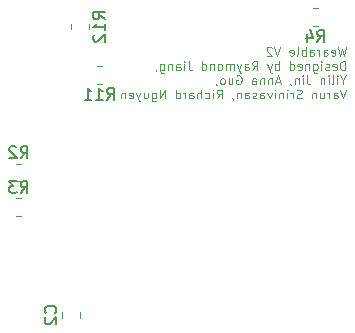
<source format=gbr>
%TF.GenerationSoftware,KiCad,Pcbnew,8.0.3*%
%TF.CreationDate,2025-04-01T13:45:42-05:00*%
%TF.ProjectId,wearable_v2_nrf,77656172-6162-46c6-955f-76325f6e7266,rev?*%
%TF.SameCoordinates,Original*%
%TF.FileFunction,Legend,Bot*%
%TF.FilePolarity,Positive*%
%FSLAX46Y46*%
G04 Gerber Fmt 4.6, Leading zero omitted, Abs format (unit mm)*
G04 Created by KiCad (PCBNEW 8.0.3) date 2025-04-01 13:45:42*
%MOMM*%
%LPD*%
G01*
G04 APERTURE LIST*
%ADD10C,0.093750*%
%ADD11C,0.150000*%
%ADD12C,0.120000*%
G04 APERTURE END LIST*
D10*
X113106180Y-56530965D02*
X112927608Y-57280965D01*
X112927608Y-57280965D02*
X112784751Y-56745251D01*
X112784751Y-56745251D02*
X112641894Y-57280965D01*
X112641894Y-57280965D02*
X112463323Y-56530965D01*
X111891894Y-57245251D02*
X111963322Y-57280965D01*
X111963322Y-57280965D02*
X112106180Y-57280965D01*
X112106180Y-57280965D02*
X112177608Y-57245251D01*
X112177608Y-57245251D02*
X112213322Y-57173822D01*
X112213322Y-57173822D02*
X112213322Y-56888108D01*
X112213322Y-56888108D02*
X112177608Y-56816679D01*
X112177608Y-56816679D02*
X112106180Y-56780965D01*
X112106180Y-56780965D02*
X111963322Y-56780965D01*
X111963322Y-56780965D02*
X111891894Y-56816679D01*
X111891894Y-56816679D02*
X111856180Y-56888108D01*
X111856180Y-56888108D02*
X111856180Y-56959536D01*
X111856180Y-56959536D02*
X112213322Y-57030965D01*
X111213323Y-57280965D02*
X111213323Y-56888108D01*
X111213323Y-56888108D02*
X111249037Y-56816679D01*
X111249037Y-56816679D02*
X111320465Y-56780965D01*
X111320465Y-56780965D02*
X111463323Y-56780965D01*
X111463323Y-56780965D02*
X111534751Y-56816679D01*
X111213323Y-57245251D02*
X111284751Y-57280965D01*
X111284751Y-57280965D02*
X111463323Y-57280965D01*
X111463323Y-57280965D02*
X111534751Y-57245251D01*
X111534751Y-57245251D02*
X111570465Y-57173822D01*
X111570465Y-57173822D02*
X111570465Y-57102393D01*
X111570465Y-57102393D02*
X111534751Y-57030965D01*
X111534751Y-57030965D02*
X111463323Y-56995251D01*
X111463323Y-56995251D02*
X111284751Y-56995251D01*
X111284751Y-56995251D02*
X111213323Y-56959536D01*
X110856180Y-57280965D02*
X110856180Y-56780965D01*
X110856180Y-56923822D02*
X110820466Y-56852393D01*
X110820466Y-56852393D02*
X110784752Y-56816679D01*
X110784752Y-56816679D02*
X110713323Y-56780965D01*
X110713323Y-56780965D02*
X110641894Y-56780965D01*
X110070466Y-57280965D02*
X110070466Y-56888108D01*
X110070466Y-56888108D02*
X110106180Y-56816679D01*
X110106180Y-56816679D02*
X110177608Y-56780965D01*
X110177608Y-56780965D02*
X110320466Y-56780965D01*
X110320466Y-56780965D02*
X110391894Y-56816679D01*
X110070466Y-57245251D02*
X110141894Y-57280965D01*
X110141894Y-57280965D02*
X110320466Y-57280965D01*
X110320466Y-57280965D02*
X110391894Y-57245251D01*
X110391894Y-57245251D02*
X110427608Y-57173822D01*
X110427608Y-57173822D02*
X110427608Y-57102393D01*
X110427608Y-57102393D02*
X110391894Y-57030965D01*
X110391894Y-57030965D02*
X110320466Y-56995251D01*
X110320466Y-56995251D02*
X110141894Y-56995251D01*
X110141894Y-56995251D02*
X110070466Y-56959536D01*
X109713323Y-57280965D02*
X109713323Y-56530965D01*
X109713323Y-56816679D02*
X109641895Y-56780965D01*
X109641895Y-56780965D02*
X109499037Y-56780965D01*
X109499037Y-56780965D02*
X109427609Y-56816679D01*
X109427609Y-56816679D02*
X109391895Y-56852393D01*
X109391895Y-56852393D02*
X109356180Y-56923822D01*
X109356180Y-56923822D02*
X109356180Y-57138108D01*
X109356180Y-57138108D02*
X109391895Y-57209536D01*
X109391895Y-57209536D02*
X109427609Y-57245251D01*
X109427609Y-57245251D02*
X109499037Y-57280965D01*
X109499037Y-57280965D02*
X109641895Y-57280965D01*
X109641895Y-57280965D02*
X109713323Y-57245251D01*
X108927609Y-57280965D02*
X108999038Y-57245251D01*
X108999038Y-57245251D02*
X109034752Y-57173822D01*
X109034752Y-57173822D02*
X109034752Y-56530965D01*
X108356181Y-57245251D02*
X108427609Y-57280965D01*
X108427609Y-57280965D02*
X108570467Y-57280965D01*
X108570467Y-57280965D02*
X108641895Y-57245251D01*
X108641895Y-57245251D02*
X108677609Y-57173822D01*
X108677609Y-57173822D02*
X108677609Y-56888108D01*
X108677609Y-56888108D02*
X108641895Y-56816679D01*
X108641895Y-56816679D02*
X108570467Y-56780965D01*
X108570467Y-56780965D02*
X108427609Y-56780965D01*
X108427609Y-56780965D02*
X108356181Y-56816679D01*
X108356181Y-56816679D02*
X108320467Y-56888108D01*
X108320467Y-56888108D02*
X108320467Y-56959536D01*
X108320467Y-56959536D02*
X108677609Y-57030965D01*
X107534752Y-56530965D02*
X107284752Y-57280965D01*
X107284752Y-57280965D02*
X107034752Y-56530965D01*
X106820466Y-56602393D02*
X106784752Y-56566679D01*
X106784752Y-56566679D02*
X106713324Y-56530965D01*
X106713324Y-56530965D02*
X106534752Y-56530965D01*
X106534752Y-56530965D02*
X106463324Y-56566679D01*
X106463324Y-56566679D02*
X106427609Y-56602393D01*
X106427609Y-56602393D02*
X106391895Y-56673822D01*
X106391895Y-56673822D02*
X106391895Y-56745251D01*
X106391895Y-56745251D02*
X106427609Y-56852393D01*
X106427609Y-56852393D02*
X106856181Y-57280965D01*
X106856181Y-57280965D02*
X106391895Y-57280965D01*
X113034751Y-58488423D02*
X113034751Y-57738423D01*
X113034751Y-57738423D02*
X112856180Y-57738423D01*
X112856180Y-57738423D02*
X112749037Y-57774137D01*
X112749037Y-57774137D02*
X112677608Y-57845566D01*
X112677608Y-57845566D02*
X112641894Y-57916994D01*
X112641894Y-57916994D02*
X112606180Y-58059851D01*
X112606180Y-58059851D02*
X112606180Y-58166994D01*
X112606180Y-58166994D02*
X112641894Y-58309851D01*
X112641894Y-58309851D02*
X112677608Y-58381280D01*
X112677608Y-58381280D02*
X112749037Y-58452709D01*
X112749037Y-58452709D02*
X112856180Y-58488423D01*
X112856180Y-58488423D02*
X113034751Y-58488423D01*
X111999037Y-58452709D02*
X112070465Y-58488423D01*
X112070465Y-58488423D02*
X112213323Y-58488423D01*
X112213323Y-58488423D02*
X112284751Y-58452709D01*
X112284751Y-58452709D02*
X112320465Y-58381280D01*
X112320465Y-58381280D02*
X112320465Y-58095566D01*
X112320465Y-58095566D02*
X112284751Y-58024137D01*
X112284751Y-58024137D02*
X112213323Y-57988423D01*
X112213323Y-57988423D02*
X112070465Y-57988423D01*
X112070465Y-57988423D02*
X111999037Y-58024137D01*
X111999037Y-58024137D02*
X111963323Y-58095566D01*
X111963323Y-58095566D02*
X111963323Y-58166994D01*
X111963323Y-58166994D02*
X112320465Y-58238423D01*
X111677608Y-58452709D02*
X111606180Y-58488423D01*
X111606180Y-58488423D02*
X111463323Y-58488423D01*
X111463323Y-58488423D02*
X111391894Y-58452709D01*
X111391894Y-58452709D02*
X111356180Y-58381280D01*
X111356180Y-58381280D02*
X111356180Y-58345566D01*
X111356180Y-58345566D02*
X111391894Y-58274137D01*
X111391894Y-58274137D02*
X111463323Y-58238423D01*
X111463323Y-58238423D02*
X111570466Y-58238423D01*
X111570466Y-58238423D02*
X111641894Y-58202709D01*
X111641894Y-58202709D02*
X111677608Y-58131280D01*
X111677608Y-58131280D02*
X111677608Y-58095566D01*
X111677608Y-58095566D02*
X111641894Y-58024137D01*
X111641894Y-58024137D02*
X111570466Y-57988423D01*
X111570466Y-57988423D02*
X111463323Y-57988423D01*
X111463323Y-57988423D02*
X111391894Y-58024137D01*
X111034751Y-58488423D02*
X111034751Y-57988423D01*
X111034751Y-57738423D02*
X111070465Y-57774137D01*
X111070465Y-57774137D02*
X111034751Y-57809851D01*
X111034751Y-57809851D02*
X110999037Y-57774137D01*
X110999037Y-57774137D02*
X111034751Y-57738423D01*
X111034751Y-57738423D02*
X111034751Y-57809851D01*
X110356180Y-57988423D02*
X110356180Y-58595566D01*
X110356180Y-58595566D02*
X110391894Y-58666994D01*
X110391894Y-58666994D02*
X110427608Y-58702709D01*
X110427608Y-58702709D02*
X110499037Y-58738423D01*
X110499037Y-58738423D02*
X110606180Y-58738423D01*
X110606180Y-58738423D02*
X110677608Y-58702709D01*
X110356180Y-58452709D02*
X110427608Y-58488423D01*
X110427608Y-58488423D02*
X110570465Y-58488423D01*
X110570465Y-58488423D02*
X110641894Y-58452709D01*
X110641894Y-58452709D02*
X110677608Y-58416994D01*
X110677608Y-58416994D02*
X110713322Y-58345566D01*
X110713322Y-58345566D02*
X110713322Y-58131280D01*
X110713322Y-58131280D02*
X110677608Y-58059851D01*
X110677608Y-58059851D02*
X110641894Y-58024137D01*
X110641894Y-58024137D02*
X110570465Y-57988423D01*
X110570465Y-57988423D02*
X110427608Y-57988423D01*
X110427608Y-57988423D02*
X110356180Y-58024137D01*
X109999037Y-57988423D02*
X109999037Y-58488423D01*
X109999037Y-58059851D02*
X109963323Y-58024137D01*
X109963323Y-58024137D02*
X109891894Y-57988423D01*
X109891894Y-57988423D02*
X109784751Y-57988423D01*
X109784751Y-57988423D02*
X109713323Y-58024137D01*
X109713323Y-58024137D02*
X109677609Y-58095566D01*
X109677609Y-58095566D02*
X109677609Y-58488423D01*
X109034752Y-58452709D02*
X109106180Y-58488423D01*
X109106180Y-58488423D02*
X109249038Y-58488423D01*
X109249038Y-58488423D02*
X109320466Y-58452709D01*
X109320466Y-58452709D02*
X109356180Y-58381280D01*
X109356180Y-58381280D02*
X109356180Y-58095566D01*
X109356180Y-58095566D02*
X109320466Y-58024137D01*
X109320466Y-58024137D02*
X109249038Y-57988423D01*
X109249038Y-57988423D02*
X109106180Y-57988423D01*
X109106180Y-57988423D02*
X109034752Y-58024137D01*
X109034752Y-58024137D02*
X108999038Y-58095566D01*
X108999038Y-58095566D02*
X108999038Y-58166994D01*
X108999038Y-58166994D02*
X109356180Y-58238423D01*
X108356181Y-58488423D02*
X108356181Y-57738423D01*
X108356181Y-58452709D02*
X108427609Y-58488423D01*
X108427609Y-58488423D02*
X108570466Y-58488423D01*
X108570466Y-58488423D02*
X108641895Y-58452709D01*
X108641895Y-58452709D02*
X108677609Y-58416994D01*
X108677609Y-58416994D02*
X108713323Y-58345566D01*
X108713323Y-58345566D02*
X108713323Y-58131280D01*
X108713323Y-58131280D02*
X108677609Y-58059851D01*
X108677609Y-58059851D02*
X108641895Y-58024137D01*
X108641895Y-58024137D02*
X108570466Y-57988423D01*
X108570466Y-57988423D02*
X108427609Y-57988423D01*
X108427609Y-57988423D02*
X108356181Y-58024137D01*
X107427609Y-58488423D02*
X107427609Y-57738423D01*
X107427609Y-58024137D02*
X107356181Y-57988423D01*
X107356181Y-57988423D02*
X107213323Y-57988423D01*
X107213323Y-57988423D02*
X107141895Y-58024137D01*
X107141895Y-58024137D02*
X107106181Y-58059851D01*
X107106181Y-58059851D02*
X107070466Y-58131280D01*
X107070466Y-58131280D02*
X107070466Y-58345566D01*
X107070466Y-58345566D02*
X107106181Y-58416994D01*
X107106181Y-58416994D02*
X107141895Y-58452709D01*
X107141895Y-58452709D02*
X107213323Y-58488423D01*
X107213323Y-58488423D02*
X107356181Y-58488423D01*
X107356181Y-58488423D02*
X107427609Y-58452709D01*
X106820467Y-57988423D02*
X106641895Y-58488423D01*
X106463324Y-57988423D02*
X106641895Y-58488423D01*
X106641895Y-58488423D02*
X106713324Y-58666994D01*
X106713324Y-58666994D02*
X106749038Y-58702709D01*
X106749038Y-58702709D02*
X106820467Y-58738423D01*
X105177609Y-58488423D02*
X105427609Y-58131280D01*
X105606180Y-58488423D02*
X105606180Y-57738423D01*
X105606180Y-57738423D02*
X105320466Y-57738423D01*
X105320466Y-57738423D02*
X105249037Y-57774137D01*
X105249037Y-57774137D02*
X105213323Y-57809851D01*
X105213323Y-57809851D02*
X105177609Y-57881280D01*
X105177609Y-57881280D02*
X105177609Y-57988423D01*
X105177609Y-57988423D02*
X105213323Y-58059851D01*
X105213323Y-58059851D02*
X105249037Y-58095566D01*
X105249037Y-58095566D02*
X105320466Y-58131280D01*
X105320466Y-58131280D02*
X105606180Y-58131280D01*
X104534752Y-58488423D02*
X104534752Y-58095566D01*
X104534752Y-58095566D02*
X104570466Y-58024137D01*
X104570466Y-58024137D02*
X104641894Y-57988423D01*
X104641894Y-57988423D02*
X104784752Y-57988423D01*
X104784752Y-57988423D02*
X104856180Y-58024137D01*
X104534752Y-58452709D02*
X104606180Y-58488423D01*
X104606180Y-58488423D02*
X104784752Y-58488423D01*
X104784752Y-58488423D02*
X104856180Y-58452709D01*
X104856180Y-58452709D02*
X104891894Y-58381280D01*
X104891894Y-58381280D02*
X104891894Y-58309851D01*
X104891894Y-58309851D02*
X104856180Y-58238423D01*
X104856180Y-58238423D02*
X104784752Y-58202709D01*
X104784752Y-58202709D02*
X104606180Y-58202709D01*
X104606180Y-58202709D02*
X104534752Y-58166994D01*
X104249038Y-57988423D02*
X104070466Y-58488423D01*
X103891895Y-57988423D02*
X104070466Y-58488423D01*
X104070466Y-58488423D02*
X104141895Y-58666994D01*
X104141895Y-58666994D02*
X104177609Y-58702709D01*
X104177609Y-58702709D02*
X104249038Y-58738423D01*
X103606180Y-58488423D02*
X103606180Y-57988423D01*
X103606180Y-58059851D02*
X103570466Y-58024137D01*
X103570466Y-58024137D02*
X103499037Y-57988423D01*
X103499037Y-57988423D02*
X103391894Y-57988423D01*
X103391894Y-57988423D02*
X103320466Y-58024137D01*
X103320466Y-58024137D02*
X103284752Y-58095566D01*
X103284752Y-58095566D02*
X103284752Y-58488423D01*
X103284752Y-58095566D02*
X103249037Y-58024137D01*
X103249037Y-58024137D02*
X103177609Y-57988423D01*
X103177609Y-57988423D02*
X103070466Y-57988423D01*
X103070466Y-57988423D02*
X102999037Y-58024137D01*
X102999037Y-58024137D02*
X102963323Y-58095566D01*
X102963323Y-58095566D02*
X102963323Y-58488423D01*
X102499037Y-58488423D02*
X102570466Y-58452709D01*
X102570466Y-58452709D02*
X102606180Y-58416994D01*
X102606180Y-58416994D02*
X102641894Y-58345566D01*
X102641894Y-58345566D02*
X102641894Y-58131280D01*
X102641894Y-58131280D02*
X102606180Y-58059851D01*
X102606180Y-58059851D02*
X102570466Y-58024137D01*
X102570466Y-58024137D02*
X102499037Y-57988423D01*
X102499037Y-57988423D02*
X102391894Y-57988423D01*
X102391894Y-57988423D02*
X102320466Y-58024137D01*
X102320466Y-58024137D02*
X102284752Y-58059851D01*
X102284752Y-58059851D02*
X102249037Y-58131280D01*
X102249037Y-58131280D02*
X102249037Y-58345566D01*
X102249037Y-58345566D02*
X102284752Y-58416994D01*
X102284752Y-58416994D02*
X102320466Y-58452709D01*
X102320466Y-58452709D02*
X102391894Y-58488423D01*
X102391894Y-58488423D02*
X102499037Y-58488423D01*
X101927609Y-57988423D02*
X101927609Y-58488423D01*
X101927609Y-58059851D02*
X101891895Y-58024137D01*
X101891895Y-58024137D02*
X101820466Y-57988423D01*
X101820466Y-57988423D02*
X101713323Y-57988423D01*
X101713323Y-57988423D02*
X101641895Y-58024137D01*
X101641895Y-58024137D02*
X101606181Y-58095566D01*
X101606181Y-58095566D02*
X101606181Y-58488423D01*
X100927610Y-58488423D02*
X100927610Y-57738423D01*
X100927610Y-58452709D02*
X100999038Y-58488423D01*
X100999038Y-58488423D02*
X101141895Y-58488423D01*
X101141895Y-58488423D02*
X101213324Y-58452709D01*
X101213324Y-58452709D02*
X101249038Y-58416994D01*
X101249038Y-58416994D02*
X101284752Y-58345566D01*
X101284752Y-58345566D02*
X101284752Y-58131280D01*
X101284752Y-58131280D02*
X101249038Y-58059851D01*
X101249038Y-58059851D02*
X101213324Y-58024137D01*
X101213324Y-58024137D02*
X101141895Y-57988423D01*
X101141895Y-57988423D02*
X100999038Y-57988423D01*
X100999038Y-57988423D02*
X100927610Y-58024137D01*
X99784752Y-57738423D02*
X99784752Y-58274137D01*
X99784752Y-58274137D02*
X99820467Y-58381280D01*
X99820467Y-58381280D02*
X99891895Y-58452709D01*
X99891895Y-58452709D02*
X99999038Y-58488423D01*
X99999038Y-58488423D02*
X100070467Y-58488423D01*
X99427609Y-58488423D02*
X99427609Y-57988423D01*
X99427609Y-57738423D02*
X99463323Y-57774137D01*
X99463323Y-57774137D02*
X99427609Y-57809851D01*
X99427609Y-57809851D02*
X99391895Y-57774137D01*
X99391895Y-57774137D02*
X99427609Y-57738423D01*
X99427609Y-57738423D02*
X99427609Y-57809851D01*
X98749038Y-58488423D02*
X98749038Y-58095566D01*
X98749038Y-58095566D02*
X98784752Y-58024137D01*
X98784752Y-58024137D02*
X98856180Y-57988423D01*
X98856180Y-57988423D02*
X98999038Y-57988423D01*
X98999038Y-57988423D02*
X99070466Y-58024137D01*
X98749038Y-58452709D02*
X98820466Y-58488423D01*
X98820466Y-58488423D02*
X98999038Y-58488423D01*
X98999038Y-58488423D02*
X99070466Y-58452709D01*
X99070466Y-58452709D02*
X99106180Y-58381280D01*
X99106180Y-58381280D02*
X99106180Y-58309851D01*
X99106180Y-58309851D02*
X99070466Y-58238423D01*
X99070466Y-58238423D02*
X98999038Y-58202709D01*
X98999038Y-58202709D02*
X98820466Y-58202709D01*
X98820466Y-58202709D02*
X98749038Y-58166994D01*
X98391895Y-57988423D02*
X98391895Y-58488423D01*
X98391895Y-58059851D02*
X98356181Y-58024137D01*
X98356181Y-58024137D02*
X98284752Y-57988423D01*
X98284752Y-57988423D02*
X98177609Y-57988423D01*
X98177609Y-57988423D02*
X98106181Y-58024137D01*
X98106181Y-58024137D02*
X98070467Y-58095566D01*
X98070467Y-58095566D02*
X98070467Y-58488423D01*
X97391896Y-57988423D02*
X97391896Y-58595566D01*
X97391896Y-58595566D02*
X97427610Y-58666994D01*
X97427610Y-58666994D02*
X97463324Y-58702709D01*
X97463324Y-58702709D02*
X97534753Y-58738423D01*
X97534753Y-58738423D02*
X97641896Y-58738423D01*
X97641896Y-58738423D02*
X97713324Y-58702709D01*
X97391896Y-58452709D02*
X97463324Y-58488423D01*
X97463324Y-58488423D02*
X97606181Y-58488423D01*
X97606181Y-58488423D02*
X97677610Y-58452709D01*
X97677610Y-58452709D02*
X97713324Y-58416994D01*
X97713324Y-58416994D02*
X97749038Y-58345566D01*
X97749038Y-58345566D02*
X97749038Y-58131280D01*
X97749038Y-58131280D02*
X97713324Y-58059851D01*
X97713324Y-58059851D02*
X97677610Y-58024137D01*
X97677610Y-58024137D02*
X97606181Y-57988423D01*
X97606181Y-57988423D02*
X97463324Y-57988423D01*
X97463324Y-57988423D02*
X97391896Y-58024137D01*
X96999039Y-58452709D02*
X96999039Y-58488423D01*
X96999039Y-58488423D02*
X97034753Y-58559851D01*
X97034753Y-58559851D02*
X97070467Y-58595566D01*
X112891894Y-59338738D02*
X112891894Y-59695881D01*
X113141894Y-58945881D02*
X112891894Y-59338738D01*
X112891894Y-59338738D02*
X112641894Y-58945881D01*
X112391894Y-59695881D02*
X112391894Y-59195881D01*
X112391894Y-58945881D02*
X112427608Y-58981595D01*
X112427608Y-58981595D02*
X112391894Y-59017309D01*
X112391894Y-59017309D02*
X112356180Y-58981595D01*
X112356180Y-58981595D02*
X112391894Y-58945881D01*
X112391894Y-58945881D02*
X112391894Y-59017309D01*
X111927608Y-59695881D02*
X111999037Y-59660167D01*
X111999037Y-59660167D02*
X112034751Y-59588738D01*
X112034751Y-59588738D02*
X112034751Y-58945881D01*
X111641894Y-59695881D02*
X111641894Y-59195881D01*
X111641894Y-58945881D02*
X111677608Y-58981595D01*
X111677608Y-58981595D02*
X111641894Y-59017309D01*
X111641894Y-59017309D02*
X111606180Y-58981595D01*
X111606180Y-58981595D02*
X111641894Y-58945881D01*
X111641894Y-58945881D02*
X111641894Y-59017309D01*
X111284751Y-59195881D02*
X111284751Y-59695881D01*
X111284751Y-59267309D02*
X111249037Y-59231595D01*
X111249037Y-59231595D02*
X111177608Y-59195881D01*
X111177608Y-59195881D02*
X111070465Y-59195881D01*
X111070465Y-59195881D02*
X110999037Y-59231595D01*
X110999037Y-59231595D02*
X110963323Y-59303024D01*
X110963323Y-59303024D02*
X110963323Y-59695881D01*
X109820465Y-58945881D02*
X109820465Y-59481595D01*
X109820465Y-59481595D02*
X109856180Y-59588738D01*
X109856180Y-59588738D02*
X109927608Y-59660167D01*
X109927608Y-59660167D02*
X110034751Y-59695881D01*
X110034751Y-59695881D02*
X110106180Y-59695881D01*
X109463322Y-59695881D02*
X109463322Y-59195881D01*
X109463322Y-58945881D02*
X109499036Y-58981595D01*
X109499036Y-58981595D02*
X109463322Y-59017309D01*
X109463322Y-59017309D02*
X109427608Y-58981595D01*
X109427608Y-58981595D02*
X109463322Y-58945881D01*
X109463322Y-58945881D02*
X109463322Y-59017309D01*
X109106179Y-59195881D02*
X109106179Y-59695881D01*
X109106179Y-59267309D02*
X109070465Y-59231595D01*
X109070465Y-59231595D02*
X108999036Y-59195881D01*
X108999036Y-59195881D02*
X108891893Y-59195881D01*
X108891893Y-59195881D02*
X108820465Y-59231595D01*
X108820465Y-59231595D02*
X108784751Y-59303024D01*
X108784751Y-59303024D02*
X108784751Y-59695881D01*
X108391894Y-59660167D02*
X108391894Y-59695881D01*
X108391894Y-59695881D02*
X108427608Y-59767309D01*
X108427608Y-59767309D02*
X108463322Y-59803024D01*
X107534750Y-59481595D02*
X107177608Y-59481595D01*
X107606179Y-59695881D02*
X107356179Y-58945881D01*
X107356179Y-58945881D02*
X107106179Y-59695881D01*
X106856179Y-59195881D02*
X106856179Y-59695881D01*
X106856179Y-59267309D02*
X106820465Y-59231595D01*
X106820465Y-59231595D02*
X106749036Y-59195881D01*
X106749036Y-59195881D02*
X106641893Y-59195881D01*
X106641893Y-59195881D02*
X106570465Y-59231595D01*
X106570465Y-59231595D02*
X106534751Y-59303024D01*
X106534751Y-59303024D02*
X106534751Y-59695881D01*
X106177608Y-59195881D02*
X106177608Y-59695881D01*
X106177608Y-59267309D02*
X106141894Y-59231595D01*
X106141894Y-59231595D02*
X106070465Y-59195881D01*
X106070465Y-59195881D02*
X105963322Y-59195881D01*
X105963322Y-59195881D02*
X105891894Y-59231595D01*
X105891894Y-59231595D02*
X105856180Y-59303024D01*
X105856180Y-59303024D02*
X105856180Y-59695881D01*
X105177609Y-59695881D02*
X105177609Y-59303024D01*
X105177609Y-59303024D02*
X105213323Y-59231595D01*
X105213323Y-59231595D02*
X105284751Y-59195881D01*
X105284751Y-59195881D02*
X105427609Y-59195881D01*
X105427609Y-59195881D02*
X105499037Y-59231595D01*
X105177609Y-59660167D02*
X105249037Y-59695881D01*
X105249037Y-59695881D02*
X105427609Y-59695881D01*
X105427609Y-59695881D02*
X105499037Y-59660167D01*
X105499037Y-59660167D02*
X105534751Y-59588738D01*
X105534751Y-59588738D02*
X105534751Y-59517309D01*
X105534751Y-59517309D02*
X105499037Y-59445881D01*
X105499037Y-59445881D02*
X105427609Y-59410167D01*
X105427609Y-59410167D02*
X105249037Y-59410167D01*
X105249037Y-59410167D02*
X105177609Y-59374452D01*
X103856180Y-58981595D02*
X103927609Y-58945881D01*
X103927609Y-58945881D02*
X104034751Y-58945881D01*
X104034751Y-58945881D02*
X104141894Y-58981595D01*
X104141894Y-58981595D02*
X104213323Y-59053024D01*
X104213323Y-59053024D02*
X104249037Y-59124452D01*
X104249037Y-59124452D02*
X104284751Y-59267309D01*
X104284751Y-59267309D02*
X104284751Y-59374452D01*
X104284751Y-59374452D02*
X104249037Y-59517309D01*
X104249037Y-59517309D02*
X104213323Y-59588738D01*
X104213323Y-59588738D02*
X104141894Y-59660167D01*
X104141894Y-59660167D02*
X104034751Y-59695881D01*
X104034751Y-59695881D02*
X103963323Y-59695881D01*
X103963323Y-59695881D02*
X103856180Y-59660167D01*
X103856180Y-59660167D02*
X103820466Y-59624452D01*
X103820466Y-59624452D02*
X103820466Y-59374452D01*
X103820466Y-59374452D02*
X103963323Y-59374452D01*
X103177609Y-59195881D02*
X103177609Y-59695881D01*
X103499037Y-59195881D02*
X103499037Y-59588738D01*
X103499037Y-59588738D02*
X103463323Y-59660167D01*
X103463323Y-59660167D02*
X103391894Y-59695881D01*
X103391894Y-59695881D02*
X103284751Y-59695881D01*
X103284751Y-59695881D02*
X103213323Y-59660167D01*
X103213323Y-59660167D02*
X103177609Y-59624452D01*
X102713323Y-59695881D02*
X102784752Y-59660167D01*
X102784752Y-59660167D02*
X102820466Y-59624452D01*
X102820466Y-59624452D02*
X102856180Y-59553024D01*
X102856180Y-59553024D02*
X102856180Y-59338738D01*
X102856180Y-59338738D02*
X102820466Y-59267309D01*
X102820466Y-59267309D02*
X102784752Y-59231595D01*
X102784752Y-59231595D02*
X102713323Y-59195881D01*
X102713323Y-59195881D02*
X102606180Y-59195881D01*
X102606180Y-59195881D02*
X102534752Y-59231595D01*
X102534752Y-59231595D02*
X102499038Y-59267309D01*
X102499038Y-59267309D02*
X102463323Y-59338738D01*
X102463323Y-59338738D02*
X102463323Y-59553024D01*
X102463323Y-59553024D02*
X102499038Y-59624452D01*
X102499038Y-59624452D02*
X102534752Y-59660167D01*
X102534752Y-59660167D02*
X102606180Y-59695881D01*
X102606180Y-59695881D02*
X102713323Y-59695881D01*
X102106181Y-59660167D02*
X102106181Y-59695881D01*
X102106181Y-59695881D02*
X102141895Y-59767309D01*
X102141895Y-59767309D02*
X102177609Y-59803024D01*
X113141894Y-60153339D02*
X112891894Y-60903339D01*
X112891894Y-60903339D02*
X112641894Y-60153339D01*
X112070466Y-60903339D02*
X112070466Y-60510482D01*
X112070466Y-60510482D02*
X112106180Y-60439053D01*
X112106180Y-60439053D02*
X112177608Y-60403339D01*
X112177608Y-60403339D02*
X112320466Y-60403339D01*
X112320466Y-60403339D02*
X112391894Y-60439053D01*
X112070466Y-60867625D02*
X112141894Y-60903339D01*
X112141894Y-60903339D02*
X112320466Y-60903339D01*
X112320466Y-60903339D02*
X112391894Y-60867625D01*
X112391894Y-60867625D02*
X112427608Y-60796196D01*
X112427608Y-60796196D02*
X112427608Y-60724767D01*
X112427608Y-60724767D02*
X112391894Y-60653339D01*
X112391894Y-60653339D02*
X112320466Y-60617625D01*
X112320466Y-60617625D02*
X112141894Y-60617625D01*
X112141894Y-60617625D02*
X112070466Y-60581910D01*
X111713323Y-60903339D02*
X111713323Y-60403339D01*
X111713323Y-60546196D02*
X111677609Y-60474767D01*
X111677609Y-60474767D02*
X111641895Y-60439053D01*
X111641895Y-60439053D02*
X111570466Y-60403339D01*
X111570466Y-60403339D02*
X111499037Y-60403339D01*
X110927609Y-60403339D02*
X110927609Y-60903339D01*
X111249037Y-60403339D02*
X111249037Y-60796196D01*
X111249037Y-60796196D02*
X111213323Y-60867625D01*
X111213323Y-60867625D02*
X111141894Y-60903339D01*
X111141894Y-60903339D02*
X111034751Y-60903339D01*
X111034751Y-60903339D02*
X110963323Y-60867625D01*
X110963323Y-60867625D02*
X110927609Y-60831910D01*
X110570466Y-60403339D02*
X110570466Y-60903339D01*
X110570466Y-60474767D02*
X110534752Y-60439053D01*
X110534752Y-60439053D02*
X110463323Y-60403339D01*
X110463323Y-60403339D02*
X110356180Y-60403339D01*
X110356180Y-60403339D02*
X110284752Y-60439053D01*
X110284752Y-60439053D02*
X110249038Y-60510482D01*
X110249038Y-60510482D02*
X110249038Y-60903339D01*
X109356180Y-60867625D02*
X109249038Y-60903339D01*
X109249038Y-60903339D02*
X109070466Y-60903339D01*
X109070466Y-60903339D02*
X108999038Y-60867625D01*
X108999038Y-60867625D02*
X108963323Y-60831910D01*
X108963323Y-60831910D02*
X108927609Y-60760482D01*
X108927609Y-60760482D02*
X108927609Y-60689053D01*
X108927609Y-60689053D02*
X108963323Y-60617625D01*
X108963323Y-60617625D02*
X108999038Y-60581910D01*
X108999038Y-60581910D02*
X109070466Y-60546196D01*
X109070466Y-60546196D02*
X109213323Y-60510482D01*
X109213323Y-60510482D02*
X109284752Y-60474767D01*
X109284752Y-60474767D02*
X109320466Y-60439053D01*
X109320466Y-60439053D02*
X109356180Y-60367625D01*
X109356180Y-60367625D02*
X109356180Y-60296196D01*
X109356180Y-60296196D02*
X109320466Y-60224767D01*
X109320466Y-60224767D02*
X109284752Y-60189053D01*
X109284752Y-60189053D02*
X109213323Y-60153339D01*
X109213323Y-60153339D02*
X109034752Y-60153339D01*
X109034752Y-60153339D02*
X108927609Y-60189053D01*
X108606180Y-60903339D02*
X108606180Y-60403339D01*
X108606180Y-60546196D02*
X108570466Y-60474767D01*
X108570466Y-60474767D02*
X108534752Y-60439053D01*
X108534752Y-60439053D02*
X108463323Y-60403339D01*
X108463323Y-60403339D02*
X108391894Y-60403339D01*
X108141894Y-60903339D02*
X108141894Y-60403339D01*
X108141894Y-60153339D02*
X108177608Y-60189053D01*
X108177608Y-60189053D02*
X108141894Y-60224767D01*
X108141894Y-60224767D02*
X108106180Y-60189053D01*
X108106180Y-60189053D02*
X108141894Y-60153339D01*
X108141894Y-60153339D02*
X108141894Y-60224767D01*
X107784751Y-60403339D02*
X107784751Y-60903339D01*
X107784751Y-60474767D02*
X107749037Y-60439053D01*
X107749037Y-60439053D02*
X107677608Y-60403339D01*
X107677608Y-60403339D02*
X107570465Y-60403339D01*
X107570465Y-60403339D02*
X107499037Y-60439053D01*
X107499037Y-60439053D02*
X107463323Y-60510482D01*
X107463323Y-60510482D02*
X107463323Y-60903339D01*
X107106180Y-60903339D02*
X107106180Y-60403339D01*
X107106180Y-60153339D02*
X107141894Y-60189053D01*
X107141894Y-60189053D02*
X107106180Y-60224767D01*
X107106180Y-60224767D02*
X107070466Y-60189053D01*
X107070466Y-60189053D02*
X107106180Y-60153339D01*
X107106180Y-60153339D02*
X107106180Y-60224767D01*
X106820466Y-60403339D02*
X106641894Y-60903339D01*
X106641894Y-60903339D02*
X106463323Y-60403339D01*
X105856180Y-60903339D02*
X105856180Y-60510482D01*
X105856180Y-60510482D02*
X105891894Y-60439053D01*
X105891894Y-60439053D02*
X105963322Y-60403339D01*
X105963322Y-60403339D02*
X106106180Y-60403339D01*
X106106180Y-60403339D02*
X106177608Y-60439053D01*
X105856180Y-60867625D02*
X105927608Y-60903339D01*
X105927608Y-60903339D02*
X106106180Y-60903339D01*
X106106180Y-60903339D02*
X106177608Y-60867625D01*
X106177608Y-60867625D02*
X106213322Y-60796196D01*
X106213322Y-60796196D02*
X106213322Y-60724767D01*
X106213322Y-60724767D02*
X106177608Y-60653339D01*
X106177608Y-60653339D02*
X106106180Y-60617625D01*
X106106180Y-60617625D02*
X105927608Y-60617625D01*
X105927608Y-60617625D02*
X105856180Y-60581910D01*
X105534751Y-60867625D02*
X105463323Y-60903339D01*
X105463323Y-60903339D02*
X105320466Y-60903339D01*
X105320466Y-60903339D02*
X105249037Y-60867625D01*
X105249037Y-60867625D02*
X105213323Y-60796196D01*
X105213323Y-60796196D02*
X105213323Y-60760482D01*
X105213323Y-60760482D02*
X105249037Y-60689053D01*
X105249037Y-60689053D02*
X105320466Y-60653339D01*
X105320466Y-60653339D02*
X105427609Y-60653339D01*
X105427609Y-60653339D02*
X105499037Y-60617625D01*
X105499037Y-60617625D02*
X105534751Y-60546196D01*
X105534751Y-60546196D02*
X105534751Y-60510482D01*
X105534751Y-60510482D02*
X105499037Y-60439053D01*
X105499037Y-60439053D02*
X105427609Y-60403339D01*
X105427609Y-60403339D02*
X105320466Y-60403339D01*
X105320466Y-60403339D02*
X105249037Y-60439053D01*
X104570466Y-60903339D02*
X104570466Y-60510482D01*
X104570466Y-60510482D02*
X104606180Y-60439053D01*
X104606180Y-60439053D02*
X104677608Y-60403339D01*
X104677608Y-60403339D02*
X104820466Y-60403339D01*
X104820466Y-60403339D02*
X104891894Y-60439053D01*
X104570466Y-60867625D02*
X104641894Y-60903339D01*
X104641894Y-60903339D02*
X104820466Y-60903339D01*
X104820466Y-60903339D02*
X104891894Y-60867625D01*
X104891894Y-60867625D02*
X104927608Y-60796196D01*
X104927608Y-60796196D02*
X104927608Y-60724767D01*
X104927608Y-60724767D02*
X104891894Y-60653339D01*
X104891894Y-60653339D02*
X104820466Y-60617625D01*
X104820466Y-60617625D02*
X104641894Y-60617625D01*
X104641894Y-60617625D02*
X104570466Y-60581910D01*
X104213323Y-60403339D02*
X104213323Y-60903339D01*
X104213323Y-60474767D02*
X104177609Y-60439053D01*
X104177609Y-60439053D02*
X104106180Y-60403339D01*
X104106180Y-60403339D02*
X103999037Y-60403339D01*
X103999037Y-60403339D02*
X103927609Y-60439053D01*
X103927609Y-60439053D02*
X103891895Y-60510482D01*
X103891895Y-60510482D02*
X103891895Y-60903339D01*
X103499038Y-60867625D02*
X103499038Y-60903339D01*
X103499038Y-60903339D02*
X103534752Y-60974767D01*
X103534752Y-60974767D02*
X103570466Y-61010482D01*
X102177609Y-60903339D02*
X102427609Y-60546196D01*
X102606180Y-60903339D02*
X102606180Y-60153339D01*
X102606180Y-60153339D02*
X102320466Y-60153339D01*
X102320466Y-60153339D02*
X102249037Y-60189053D01*
X102249037Y-60189053D02*
X102213323Y-60224767D01*
X102213323Y-60224767D02*
X102177609Y-60296196D01*
X102177609Y-60296196D02*
X102177609Y-60403339D01*
X102177609Y-60403339D02*
X102213323Y-60474767D01*
X102213323Y-60474767D02*
X102249037Y-60510482D01*
X102249037Y-60510482D02*
X102320466Y-60546196D01*
X102320466Y-60546196D02*
X102606180Y-60546196D01*
X101856180Y-60903339D02*
X101856180Y-60403339D01*
X101856180Y-60153339D02*
X101891894Y-60189053D01*
X101891894Y-60189053D02*
X101856180Y-60224767D01*
X101856180Y-60224767D02*
X101820466Y-60189053D01*
X101820466Y-60189053D02*
X101856180Y-60153339D01*
X101856180Y-60153339D02*
X101856180Y-60224767D01*
X101177609Y-60867625D02*
X101249037Y-60903339D01*
X101249037Y-60903339D02*
X101391894Y-60903339D01*
X101391894Y-60903339D02*
X101463323Y-60867625D01*
X101463323Y-60867625D02*
X101499037Y-60831910D01*
X101499037Y-60831910D02*
X101534751Y-60760482D01*
X101534751Y-60760482D02*
X101534751Y-60546196D01*
X101534751Y-60546196D02*
X101499037Y-60474767D01*
X101499037Y-60474767D02*
X101463323Y-60439053D01*
X101463323Y-60439053D02*
X101391894Y-60403339D01*
X101391894Y-60403339D02*
X101249037Y-60403339D01*
X101249037Y-60403339D02*
X101177609Y-60439053D01*
X100856180Y-60903339D02*
X100856180Y-60153339D01*
X100534752Y-60903339D02*
X100534752Y-60510482D01*
X100534752Y-60510482D02*
X100570466Y-60439053D01*
X100570466Y-60439053D02*
X100641894Y-60403339D01*
X100641894Y-60403339D02*
X100749037Y-60403339D01*
X100749037Y-60403339D02*
X100820466Y-60439053D01*
X100820466Y-60439053D02*
X100856180Y-60474767D01*
X99856181Y-60903339D02*
X99856181Y-60510482D01*
X99856181Y-60510482D02*
X99891895Y-60439053D01*
X99891895Y-60439053D02*
X99963323Y-60403339D01*
X99963323Y-60403339D02*
X100106181Y-60403339D01*
X100106181Y-60403339D02*
X100177609Y-60439053D01*
X99856181Y-60867625D02*
X99927609Y-60903339D01*
X99927609Y-60903339D02*
X100106181Y-60903339D01*
X100106181Y-60903339D02*
X100177609Y-60867625D01*
X100177609Y-60867625D02*
X100213323Y-60796196D01*
X100213323Y-60796196D02*
X100213323Y-60724767D01*
X100213323Y-60724767D02*
X100177609Y-60653339D01*
X100177609Y-60653339D02*
X100106181Y-60617625D01*
X100106181Y-60617625D02*
X99927609Y-60617625D01*
X99927609Y-60617625D02*
X99856181Y-60581910D01*
X99499038Y-60903339D02*
X99499038Y-60403339D01*
X99499038Y-60546196D02*
X99463324Y-60474767D01*
X99463324Y-60474767D02*
X99427610Y-60439053D01*
X99427610Y-60439053D02*
X99356181Y-60403339D01*
X99356181Y-60403339D02*
X99284752Y-60403339D01*
X98713324Y-60903339D02*
X98713324Y-60153339D01*
X98713324Y-60867625D02*
X98784752Y-60903339D01*
X98784752Y-60903339D02*
X98927609Y-60903339D01*
X98927609Y-60903339D02*
X98999038Y-60867625D01*
X98999038Y-60867625D02*
X99034752Y-60831910D01*
X99034752Y-60831910D02*
X99070466Y-60760482D01*
X99070466Y-60760482D02*
X99070466Y-60546196D01*
X99070466Y-60546196D02*
X99034752Y-60474767D01*
X99034752Y-60474767D02*
X98999038Y-60439053D01*
X98999038Y-60439053D02*
X98927609Y-60403339D01*
X98927609Y-60403339D02*
X98784752Y-60403339D01*
X98784752Y-60403339D02*
X98713324Y-60439053D01*
X97784752Y-60903339D02*
X97784752Y-60153339D01*
X97784752Y-60153339D02*
X97356181Y-60903339D01*
X97356181Y-60903339D02*
X97356181Y-60153339D01*
X96677610Y-60403339D02*
X96677610Y-61010482D01*
X96677610Y-61010482D02*
X96713324Y-61081910D01*
X96713324Y-61081910D02*
X96749038Y-61117625D01*
X96749038Y-61117625D02*
X96820467Y-61153339D01*
X96820467Y-61153339D02*
X96927610Y-61153339D01*
X96927610Y-61153339D02*
X96999038Y-61117625D01*
X96677610Y-60867625D02*
X96749038Y-60903339D01*
X96749038Y-60903339D02*
X96891895Y-60903339D01*
X96891895Y-60903339D02*
X96963324Y-60867625D01*
X96963324Y-60867625D02*
X96999038Y-60831910D01*
X96999038Y-60831910D02*
X97034752Y-60760482D01*
X97034752Y-60760482D02*
X97034752Y-60546196D01*
X97034752Y-60546196D02*
X96999038Y-60474767D01*
X96999038Y-60474767D02*
X96963324Y-60439053D01*
X96963324Y-60439053D02*
X96891895Y-60403339D01*
X96891895Y-60403339D02*
X96749038Y-60403339D01*
X96749038Y-60403339D02*
X96677610Y-60439053D01*
X95999039Y-60403339D02*
X95999039Y-60903339D01*
X96320467Y-60403339D02*
X96320467Y-60796196D01*
X96320467Y-60796196D02*
X96284753Y-60867625D01*
X96284753Y-60867625D02*
X96213324Y-60903339D01*
X96213324Y-60903339D02*
X96106181Y-60903339D01*
X96106181Y-60903339D02*
X96034753Y-60867625D01*
X96034753Y-60867625D02*
X95999039Y-60831910D01*
X95713325Y-60403339D02*
X95534753Y-60903339D01*
X95356182Y-60403339D02*
X95534753Y-60903339D01*
X95534753Y-60903339D02*
X95606182Y-61081910D01*
X95606182Y-61081910D02*
X95641896Y-61117625D01*
X95641896Y-61117625D02*
X95713325Y-61153339D01*
X94784753Y-60867625D02*
X94856181Y-60903339D01*
X94856181Y-60903339D02*
X94999039Y-60903339D01*
X94999039Y-60903339D02*
X95070467Y-60867625D01*
X95070467Y-60867625D02*
X95106181Y-60796196D01*
X95106181Y-60796196D02*
X95106181Y-60510482D01*
X95106181Y-60510482D02*
X95070467Y-60439053D01*
X95070467Y-60439053D02*
X94999039Y-60403339D01*
X94999039Y-60403339D02*
X94856181Y-60403339D01*
X94856181Y-60403339D02*
X94784753Y-60439053D01*
X94784753Y-60439053D02*
X94749039Y-60510482D01*
X94749039Y-60510482D02*
X94749039Y-60581910D01*
X94749039Y-60581910D02*
X95106181Y-60653339D01*
X94427610Y-60403339D02*
X94427610Y-60903339D01*
X94427610Y-60474767D02*
X94391896Y-60439053D01*
X94391896Y-60439053D02*
X94320467Y-60403339D01*
X94320467Y-60403339D02*
X94213324Y-60403339D01*
X94213324Y-60403339D02*
X94141896Y-60439053D01*
X94141896Y-60439053D02*
X94106182Y-60510482D01*
X94106182Y-60510482D02*
X94106182Y-60903339D01*
D11*
X85566666Y-65954819D02*
X85899999Y-65478628D01*
X86138094Y-65954819D02*
X86138094Y-64954819D01*
X86138094Y-64954819D02*
X85757142Y-64954819D01*
X85757142Y-64954819D02*
X85661904Y-65002438D01*
X85661904Y-65002438D02*
X85614285Y-65050057D01*
X85614285Y-65050057D02*
X85566666Y-65145295D01*
X85566666Y-65145295D02*
X85566666Y-65288152D01*
X85566666Y-65288152D02*
X85614285Y-65383390D01*
X85614285Y-65383390D02*
X85661904Y-65431009D01*
X85661904Y-65431009D02*
X85757142Y-65478628D01*
X85757142Y-65478628D02*
X86138094Y-65478628D01*
X85185713Y-65050057D02*
X85138094Y-65002438D01*
X85138094Y-65002438D02*
X85042856Y-64954819D01*
X85042856Y-64954819D02*
X84804761Y-64954819D01*
X84804761Y-64954819D02*
X84709523Y-65002438D01*
X84709523Y-65002438D02*
X84661904Y-65050057D01*
X84661904Y-65050057D02*
X84614285Y-65145295D01*
X84614285Y-65145295D02*
X84614285Y-65240533D01*
X84614285Y-65240533D02*
X84661904Y-65383390D01*
X84661904Y-65383390D02*
X85233332Y-65954819D01*
X85233332Y-65954819D02*
X84614285Y-65954819D01*
X92704819Y-54182142D02*
X92228628Y-53848809D01*
X92704819Y-53610714D02*
X91704819Y-53610714D01*
X91704819Y-53610714D02*
X91704819Y-53991666D01*
X91704819Y-53991666D02*
X91752438Y-54086904D01*
X91752438Y-54086904D02*
X91800057Y-54134523D01*
X91800057Y-54134523D02*
X91895295Y-54182142D01*
X91895295Y-54182142D02*
X92038152Y-54182142D01*
X92038152Y-54182142D02*
X92133390Y-54134523D01*
X92133390Y-54134523D02*
X92181009Y-54086904D01*
X92181009Y-54086904D02*
X92228628Y-53991666D01*
X92228628Y-53991666D02*
X92228628Y-53610714D01*
X92704819Y-55134523D02*
X92704819Y-54563095D01*
X92704819Y-54848809D02*
X91704819Y-54848809D01*
X91704819Y-54848809D02*
X91847676Y-54753571D01*
X91847676Y-54753571D02*
X91942914Y-54658333D01*
X91942914Y-54658333D02*
X91990533Y-54563095D01*
X91800057Y-55515476D02*
X91752438Y-55563095D01*
X91752438Y-55563095D02*
X91704819Y-55658333D01*
X91704819Y-55658333D02*
X91704819Y-55896428D01*
X91704819Y-55896428D02*
X91752438Y-55991666D01*
X91752438Y-55991666D02*
X91800057Y-56039285D01*
X91800057Y-56039285D02*
X91895295Y-56086904D01*
X91895295Y-56086904D02*
X91990533Y-56086904D01*
X91990533Y-56086904D02*
X92133390Y-56039285D01*
X92133390Y-56039285D02*
X92704819Y-55467857D01*
X92704819Y-55467857D02*
X92704819Y-56086904D01*
X88504580Y-79058333D02*
X88552200Y-79010714D01*
X88552200Y-79010714D02*
X88599819Y-78867857D01*
X88599819Y-78867857D02*
X88599819Y-78772619D01*
X88599819Y-78772619D02*
X88552200Y-78629762D01*
X88552200Y-78629762D02*
X88456961Y-78534524D01*
X88456961Y-78534524D02*
X88361723Y-78486905D01*
X88361723Y-78486905D02*
X88171247Y-78439286D01*
X88171247Y-78439286D02*
X88028390Y-78439286D01*
X88028390Y-78439286D02*
X87837914Y-78486905D01*
X87837914Y-78486905D02*
X87742676Y-78534524D01*
X87742676Y-78534524D02*
X87647438Y-78629762D01*
X87647438Y-78629762D02*
X87599819Y-78772619D01*
X87599819Y-78772619D02*
X87599819Y-78867857D01*
X87599819Y-78867857D02*
X87647438Y-79010714D01*
X87647438Y-79010714D02*
X87695057Y-79058333D01*
X87695057Y-79439286D02*
X87647438Y-79486905D01*
X87647438Y-79486905D02*
X87599819Y-79582143D01*
X87599819Y-79582143D02*
X87599819Y-79820238D01*
X87599819Y-79820238D02*
X87647438Y-79915476D01*
X87647438Y-79915476D02*
X87695057Y-79963095D01*
X87695057Y-79963095D02*
X87790295Y-80010714D01*
X87790295Y-80010714D02*
X87885533Y-80010714D01*
X87885533Y-80010714D02*
X88028390Y-79963095D01*
X88028390Y-79963095D02*
X88599819Y-79391667D01*
X88599819Y-79391667D02*
X88599819Y-80010714D01*
X110691666Y-56104819D02*
X111024999Y-55628628D01*
X111263094Y-56104819D02*
X111263094Y-55104819D01*
X111263094Y-55104819D02*
X110882142Y-55104819D01*
X110882142Y-55104819D02*
X110786904Y-55152438D01*
X110786904Y-55152438D02*
X110739285Y-55200057D01*
X110739285Y-55200057D02*
X110691666Y-55295295D01*
X110691666Y-55295295D02*
X110691666Y-55438152D01*
X110691666Y-55438152D02*
X110739285Y-55533390D01*
X110739285Y-55533390D02*
X110786904Y-55581009D01*
X110786904Y-55581009D02*
X110882142Y-55628628D01*
X110882142Y-55628628D02*
X111263094Y-55628628D01*
X109834523Y-55438152D02*
X109834523Y-56104819D01*
X110072618Y-55057200D02*
X110310713Y-55771485D01*
X110310713Y-55771485D02*
X109691666Y-55771485D01*
X92892857Y-61004819D02*
X93226190Y-60528628D01*
X93464285Y-61004819D02*
X93464285Y-60004819D01*
X93464285Y-60004819D02*
X93083333Y-60004819D01*
X93083333Y-60004819D02*
X92988095Y-60052438D01*
X92988095Y-60052438D02*
X92940476Y-60100057D01*
X92940476Y-60100057D02*
X92892857Y-60195295D01*
X92892857Y-60195295D02*
X92892857Y-60338152D01*
X92892857Y-60338152D02*
X92940476Y-60433390D01*
X92940476Y-60433390D02*
X92988095Y-60481009D01*
X92988095Y-60481009D02*
X93083333Y-60528628D01*
X93083333Y-60528628D02*
X93464285Y-60528628D01*
X91940476Y-61004819D02*
X92511904Y-61004819D01*
X92226190Y-61004819D02*
X92226190Y-60004819D01*
X92226190Y-60004819D02*
X92321428Y-60147676D01*
X92321428Y-60147676D02*
X92416666Y-60242914D01*
X92416666Y-60242914D02*
X92511904Y-60290533D01*
X90988095Y-61004819D02*
X91559523Y-61004819D01*
X91273809Y-61004819D02*
X91273809Y-60004819D01*
X91273809Y-60004819D02*
X91369047Y-60147676D01*
X91369047Y-60147676D02*
X91464285Y-60242914D01*
X91464285Y-60242914D02*
X91559523Y-60290533D01*
X85566666Y-68904819D02*
X85899999Y-68428628D01*
X86138094Y-68904819D02*
X86138094Y-67904819D01*
X86138094Y-67904819D02*
X85757142Y-67904819D01*
X85757142Y-67904819D02*
X85661904Y-67952438D01*
X85661904Y-67952438D02*
X85614285Y-68000057D01*
X85614285Y-68000057D02*
X85566666Y-68095295D01*
X85566666Y-68095295D02*
X85566666Y-68238152D01*
X85566666Y-68238152D02*
X85614285Y-68333390D01*
X85614285Y-68333390D02*
X85661904Y-68381009D01*
X85661904Y-68381009D02*
X85757142Y-68428628D01*
X85757142Y-68428628D02*
X86138094Y-68428628D01*
X85233332Y-67904819D02*
X84614285Y-67904819D01*
X84614285Y-67904819D02*
X84947618Y-68285771D01*
X84947618Y-68285771D02*
X84804761Y-68285771D01*
X84804761Y-68285771D02*
X84709523Y-68333390D01*
X84709523Y-68333390D02*
X84661904Y-68381009D01*
X84661904Y-68381009D02*
X84614285Y-68476247D01*
X84614285Y-68476247D02*
X84614285Y-68714342D01*
X84614285Y-68714342D02*
X84661904Y-68809580D01*
X84661904Y-68809580D02*
X84709523Y-68857200D01*
X84709523Y-68857200D02*
X84804761Y-68904819D01*
X84804761Y-68904819D02*
X85090475Y-68904819D01*
X85090475Y-68904819D02*
X85185713Y-68857200D01*
X85185713Y-68857200D02*
X85233332Y-68809580D01*
D12*
%TO.C,R2*%
X85172936Y-66415000D02*
X85627064Y-66415000D01*
X85172936Y-67885000D02*
X85627064Y-67885000D01*
%TO.C,R12*%
X89865000Y-54597936D02*
X89865000Y-55052064D01*
X91335000Y-54597936D02*
X91335000Y-55052064D01*
%TO.C,C2*%
X89090000Y-79486252D02*
X89090000Y-78963748D01*
X90560000Y-79486252D02*
X90560000Y-78963748D01*
%TO.C,R4*%
X110752064Y-53265000D02*
X110297936Y-53265000D01*
X110752064Y-54735000D02*
X110297936Y-54735000D01*
%TO.C,R11*%
X92477064Y-58165000D02*
X92022936Y-58165000D01*
X92477064Y-59635000D02*
X92022936Y-59635000D01*
%TO.C,R3*%
X85172936Y-69365000D02*
X85627064Y-69365000D01*
X85172936Y-70835000D02*
X85627064Y-70835000D01*
%TD*%
M02*

</source>
